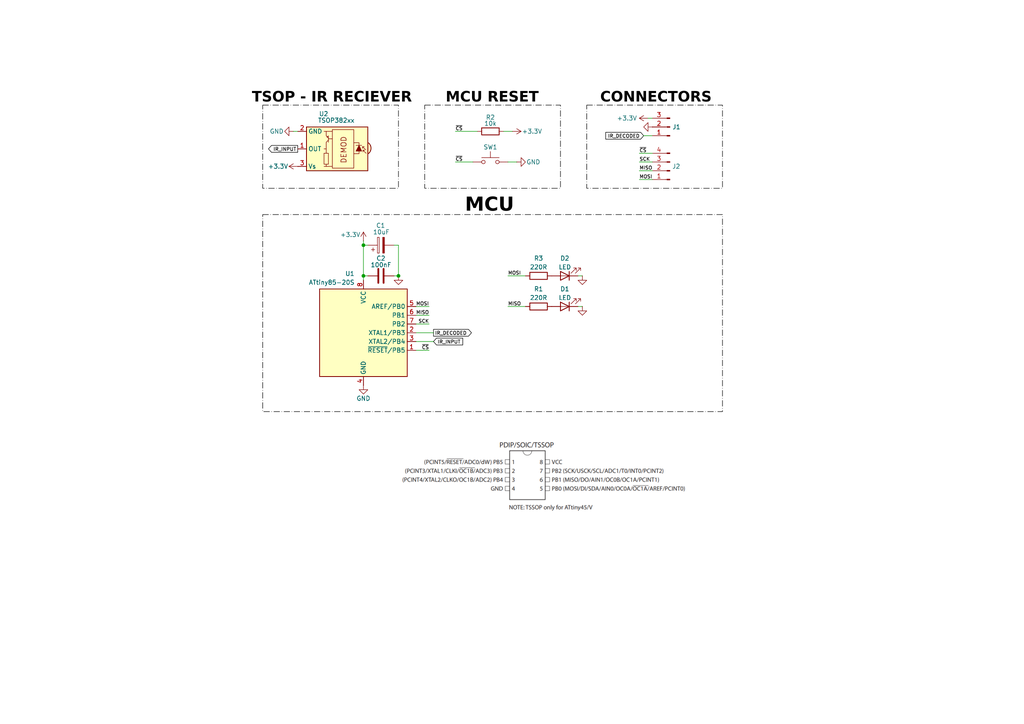
<source format=kicad_sch>
(kicad_sch (version 20250114) (generator "eeschema") (generator_version "9.0")
  (paper "A4")
  (lib_symbols
    (symbol "Connector:Conn_01x03_Pin" (pin_names (offset 1.016) (hide yes))
      (property "Reference" "J" (at 0 5.08 0))
      (property "Value" "Conn_01x03_Pin" (at 0 -5.08 0))
      (symbol "Conn_01x03_Pin_1_1"
        (rectangle (start 0.8636 2.667) (end 0 2.413) (stroke (width 0.1524)) (fill (type outline)))
        (rectangle (start 0.8636 0.127) (end 0 -0.127) (stroke (width 0.1524)) (fill (type outline)))
        (rectangle (start 0.8636 -2.413) (end 0 -2.667) (stroke (width 0.1524)) (fill (type outline)))
        (polyline (pts (xy 1.27 2.54) (xy 0.8636 2.54)) (stroke (width 0.1524)))
        (polyline (pts (xy 1.27 0) (xy 0.8636 0)) (stroke (width 0.1524)))
        (polyline (pts (xy 1.27 -2.54) (xy 0.8636 -2.54)) (stroke (width 0.1524)))
        (pin passive line (at 5.08 2.54 180) (length 3.81) (name "Pin_1") (number "1"))
        (pin passive line (at 5.08 0 180) (length 3.81) (name "Pin_2") (number "2"))
        (pin passive line (at 5.08 -2.54 180) (length 3.81) (name "Pin_3") (number "3"))
      )
    )
    (symbol "Connector:Conn_01x04_Pin" (pin_names (offset 1.016) (hide yes))
      (property "Reference" "J" (at 0 5.08 0))
      (property "Value" "Conn_01x04_Pin" (at 0 -7.62 0))
      (symbol "Conn_01x04_Pin_1_1"
        (rectangle (start 0.8636 2.667) (end 0 2.413) (stroke (width 0.1524)) (fill (type outline)))
        (rectangle (start 0.8636 0.127) (end 0 -0.127) (stroke (width 0.1524)) (fill (type outline)))
        (rectangle (start 0.8636 -2.413) (end 0 -2.667) (stroke (width 0.1524)) (fill (type outline)))
        (rectangle (start 0.8636 -4.953) (end 0 -5.207) (stroke (width 0.1524)) (fill (type outline)))
        (polyline (pts (xy 1.27 2.54) (xy 0.8636 2.54)) (stroke (width 0.1524)))
        (polyline (pts (xy 1.27 0) (xy 0.8636 0)) (stroke (width 0.1524)))
        (polyline (pts (xy 1.27 -2.54) (xy 0.8636 -2.54)) (stroke (width 0.1524)))
        (polyline (pts (xy 1.27 -5.08) (xy 0.8636 -5.08)) (stroke (width 0.1524)))
        (pin passive line (at 5.08 2.54 180) (length 3.81) (name "Pin_1") (number "1"))
        (pin passive line (at 5.08 0 180) (length 3.81) (name "Pin_2") (number "2"))
        (pin passive line (at 5.08 -2.54 180) (length 3.81) (name "Pin_3") (number "3"))
        (pin passive line (at 5.08 -5.08 180) (length 3.81) (name "Pin_4") (number "4"))
      )
    )
    (symbol "Device:C" (pin_numbers (hide yes)) (pin_names (offset 0.254))
      (property "Reference" "C" (at 0.635 2.54 0))
      (property "Value" "C" (at 0.635 -2.54 0))
      (symbol "C_0_1"
        (polyline (pts (xy -2.032 0.762) (xy 2.032 0.762)) (stroke (width 0.508)))
        (polyline (pts (xy -2.032 -0.762) (xy 2.032 -0.762)) (stroke (width 0.508)))
      )
      (symbol "C_1_1"
        (pin passive line (at 0 3.81 270) (length 2.794) (name "~") (number "1"))
        (pin passive line (at 0 -3.81 90) (length 2.794) (name "~") (number "2"))
      )
    )
    (symbol "Device:C_Polarized" (pin_numbers (hide yes)) (pin_names (offset 0.254))
      (property "Reference" "C" (at 0.635 2.54 0))
      (property "Value" "C_Polarized" (at 0.635 -2.54 0))
      (symbol "C_Polarized_0_1"
        (rectangle (start -2.286 0.508) (end 2.286 1.016))
        (polyline (pts (xy -1.778 2.286) (xy -0.762 2.286)))
        (polyline (pts (xy -1.27 2.794) (xy -1.27 1.778)))
        (rectangle (start 2.286 -0.508) (end -2.286 -1.016) (fill (type outline)))
      )
      (symbol "C_Polarized_1_1"
        (pin passive line (at 0 3.81 270) (length 2.794) (name "~") (number "1"))
        (pin passive line (at 0 -3.81 90) (length 2.794) (name "~") (number "2"))
      )
    )
    (symbol "Device:LED" (pin_numbers (hide yes)) (pin_names (offset 1.016) (hide yes))
      (property "Reference" "D" (at 0 2.54 0))
      (property "Value" "LED" (at 0 -2.54 0))
      (symbol "LED_0_1"
        (polyline (pts (xy -3.048 -0.762) (xy -4.572 -2.286) (xy -3.81 -2.286) (xy -4.572 -2.286) (xy -4.572 -1.524)))
        (polyline (pts (xy -1.778 -0.762) (xy -3.302 -2.286) (xy -2.54 -2.286) (xy -3.302 -2.286) (xy -3.302 -1.524)))
        (polyline (pts (xy -1.27 0) (xy 1.27 0)))
        (polyline (pts (xy -1.27 -1.27) (xy -1.27 1.27)) (stroke (width 0.254)))
        (polyline (pts (xy 1.27 -1.27) (xy 1.27 1.27) (xy -1.27 0) (xy 1.27 -1.27)) (stroke (width 0.254)))
      )
      (symbol "LED_1_1"
        (pin passive line (at -3.81 0 0) (length 2.54) (name "K") (number "1"))
        (pin passive line (at 3.81 0 180) (length 2.54) (name "A") (number "2"))
      )
    )
    (symbol "Device:R" (pin_numbers (hide yes)) (pin_names (offset 0))
      (property "Reference" "R" (at 2.032 0 90))
      (property "Value" "R" (at 0 0 90))
      (symbol "R_0_1"
        (rectangle (start -1.016 -2.54) (end 1.016 2.54) (stroke (width 0.254)))
      )
      (symbol "R_1_1"
        (pin passive line (at 0 3.81 270) (length 1.27) (name "~") (number "1"))
        (pin passive line (at 0 -3.81 90) (length 1.27) (name "~") (number "2"))
      )
    )
    (symbol "Interface_Optical:TSOP382xx"
      (property "Reference" "U" (at -10.16 7.62 0))
      (property "Value" "TSOP382xx" (at -10.16 -7.62 0))
      (symbol "TSOP382xx_0_0"
        (arc (start -10.287 -1.778) (mid -11.0899 -0.1905) (end -10.287 1.397) (stroke (width 0.254)) (fill (type background)))
        (polyline (pts (xy 1.905 5.08) (xy 0.127 5.08)))
        (polyline (pts (xy 1.905 -5.08) (xy 0.127 -5.08)))
        (text "DEMOD" (at -3.175 0.254 900) (effects (font (size 1.524 1.524))))
      )
      (symbol "TSOP382xx_0_1"
        (polyline (pts (xy -8.763 0.381) (xy -9.652 1.27)))
        (polyline (pts (xy -8.763 0.381) (xy -9.271 0.381)))
        (polyline (pts (xy -8.763 0.381) (xy -8.763 0.889)))
        (polyline (pts (xy -8.636 -0.635) (xy -9.525 0.254)))
        (polyline (pts (xy -8.636 -0.635) (xy -9.144 -0.635)))
        (polyline (pts (xy -8.636 -0.635) (xy -8.636 -0.127)))
        (polyline (pts (xy -8.382 0.635) (xy -6.731 0.635) (xy -7.62 -1.016) (xy -8.382 0.635)) (fill (type outline)))
        (polyline (pts (xy -8.382 -1.016) (xy -6.731 -1.016)))
        (rectangle (start -6.096 5.588) (end 0.127 -5.588))
        (polyline (pts (xy -6.096 1.397) (xy -7.62 1.397) (xy -7.62 -1.778) (xy -6.096 -1.778)))
        (polyline (pts (xy 1.27 -1.905) (xy 1.27 -3.81)))
        (polyline (pts (xy 1.27 -2.54) (xy 1.905 -1.905) (xy 1.905 0) (xy 2.54 0)))
        (polyline (pts (xy 1.27 -2.921) (xy 0.127 -2.921)))
        (polyline (pts (xy 1.27 -3.175) (xy 1.905 -3.81) (xy 1.905 -5.08) (xy 2.54 -5.08)))
        (polyline (pts (xy 1.397 -3.556) (xy 1.524 -3.556)))
        (polyline (pts (xy 1.651 -3.556) (xy 1.524 -3.556)))
        (polyline (pts (xy 1.651 -3.556) (xy 1.651 -3.302)))
        (polyline (pts (xy 1.905 4.445) (xy 1.905 5.08) (xy 2.54 5.08)))
        (polyline (pts (xy 1.905 0) (xy 1.905 1.27)))
        (rectangle (start 2.54 1.27) (end 1.27 4.445))
        (rectangle (start 7.62 6.35) (end -10.16 -6.35) (stroke (width 0.254)) (fill (type background)))
      )
      (symbol "TSOP382xx_1_1"
        (pin power_in line (at 10.16 5.08 180) (length 2.54) (name "Vs") (number "3"))
        (pin output line (at 10.16 0 180) (length 2.54) (name "OUT") (number "1"))
        (pin power_in line (at 10.16 -5.08 180) (length 2.54) (name "GND") (number "2"))
      )
    )
    (symbol "MCU_Microchip_ATtiny:ATtiny85-20S"
      (property "Reference" "U" (at -12.7 13.97 0))
      (property "Value" "ATtiny85-20S" (at 2.54 -13.97 0))
      (symbol "ATtiny85-20S_0_1"
        (rectangle (start -12.7 -12.7) (end 12.7 12.7) (stroke (width 0.254)) (fill (type background)))
      )
      (symbol "ATtiny85-20S_1_1"
        (pin power_in line (at 0 15.24 270) (length 2.54) (name "VCC") (number "8"))
        (pin power_in line (at 0 -15.24 90) (length 2.54) (name "GND") (number "4"))
        (pin bidirectional line (at 15.24 7.62 180) (length 2.54) (name "AREF/PB0") (number "5"))
        (pin bidirectional line (at 15.24 5.08 180) (length 2.54) (name "PB1") (number "6"))
        (pin bidirectional line (at 15.24 2.54 180) (length 2.54) (name "PB2") (number "7"))
        (pin bidirectional line (at 15.24 0 180) (length 2.54) (name "XTAL1/PB3") (number "2"))
        (pin bidirectional line (at 15.24 -2.54 180) (length 2.54) (name "XTAL2/PB4") (number "3"))
        (pin bidirectional line (at 15.24 -5.08 180) (length 2.54) (name "~{RESET}/PB5") (number "1"))
      )
    )
    (symbol "Switch:SW_Push" (pin_numbers (hide yes)) (pin_names (offset 1.016) (hide yes))
      (property "Reference" "SW" (at 1.27 2.54 0))
      (property "Value" "SW_Push" (at 0 -1.524 0))
      (symbol "SW_Push_0_1"
        (circle (center -2.032 0) (radius 0.508))
        (polyline (pts (xy 0 1.27) (xy 0 3.048)))
        (circle (center 2.032 0) (radius 0.508))
        (polyline (pts (xy 2.54 1.27) (xy -2.54 1.27)))
        (pin passive line (at -5.08 0 0) (length 2.54) (name "1") (number "1"))
        (pin passive line (at 5.08 0 180) (length 2.54) (name "2") (number "2"))
      )
    )
    (symbol "power:+3.3V" (power) (pin_numbers (hide yes)) (pin_names (offset 0) (hide yes))
      (property "Value" "+3.3V" (at 0 3.556 0))
      (symbol "+3.3V_0_1"
        (polyline (pts (xy -0.762 1.27) (xy 0 2.54)))
        (polyline (pts (xy 0 2.54) (xy 0.762 1.27)))
        (polyline (pts (xy 0 0) (xy 0 2.54)))
      )
      (symbol "+3.3V_1_1"
        (pin power_in line (at 0 0 90) (length 0) (name "~") (number "1"))
      )
    )
    (symbol "power:GND" (power) (pin_numbers (hide yes)) (pin_names (offset 0) (hide yes))
      (property "Value" "GND" (at 0 -3.81 0))
      (symbol "GND_0_1"
        (polyline (pts (xy 0 0) (xy 0 -1.27) (xy 1.27 -1.27) (xy 0 -2.54) (xy -1.27 -1.27) (xy 0 -1.27)))
      )
      (symbol "GND_1_1"
        (pin power_in line (at 0 0 270) (length 0) (name "~") (number "1"))
      )
    )
  )
  (rectangle (start 170.18 30.48) (end 209.55 54.61) (stroke (width 0) (type dash_dot) (color 0 0 0 1)))
  (rectangle (start 123.19 30.48) (end 162.56 54.61) (stroke (width 0) (type dash_dot) (color 0 0 0 1)))
  (rectangle (start 76.2 62.23) (end 209.55 119.38) (stroke (width 0) (type dash_dot) (color 0 0 0 1)))
  (rectangle (start 76.2 30.48) (end 115.57 54.61) (stroke (width 0) (type dash_dot) (color 0 0 0 1)))
  (text "MCU" (at 141.986 60.706 0) (effects (font (size 4 4) (thickness 0.8) (bold yes))))
  (text "TSOP - IR RECIEVER" (at 96.266 29.21 0) (effects (font (size 3 3) (thickness 0.8) (bold yes))))
  (text "CONNECTORS" (at 190.246 29.21 0) (effects (font (size 3 3) (thickness 0.6) (bold yes))))
  (text "MCU RESET" (at 142.748 29.21 0) (effects (font (size 3 3) (thickness 1) (bold yes))))
  (junction (at 115.57 80.01))
  (junction (at 105.41 71.12))
  (junction (at 105.41 80.01))
  (wire (pts (xy 148.59 38.1) (xy 146.05 38.1)))
  (wire (pts (xy 185.42 52.07) (xy 189.23 52.07)))
  (wire (pts (xy 115.57 80.01) (xy 114.3 80.01)))
  (wire (pts (xy 168.91 88.9) (xy 167.64 88.9)))
  (wire (pts (xy 186.69 39.37) (xy 189.23 39.37)))
  (wire (pts (xy 185.42 44.45) (xy 189.23 44.45)))
  (wire (pts (xy 185.42 46.99) (xy 189.23 46.99)))
  (wire (pts (xy 106.68 71.12) (xy 105.41 71.12)))
  (wire (pts (xy 149.86 46.99) (xy 147.32 46.99)))
  (wire (pts (xy 124.46 91.44) (xy 120.65 91.44)))
  (wire (pts (xy 120.65 101.6) (xy 124.46 101.6)))
  (wire (pts (xy 106.68 80.01) (xy 105.41 80.01)))
  (wire (pts (xy 105.41 80.01) (xy 105.41 81.28)))
  (wire (pts (xy 132.08 46.99) (xy 137.16 46.99)))
  (wire (pts (xy 85.09 38.1) (xy 86.36 38.1)))
  (wire (pts (xy 105.41 71.12) (xy 105.41 80.01)))
  (wire (pts (xy 187.96 34.29) (xy 189.23 34.29)))
  (wire (pts (xy 114.3 71.12) (xy 115.57 71.12)))
  (wire (pts (xy 168.91 80.01) (xy 167.64 80.01)))
  (wire (pts (xy 124.46 93.98) (xy 120.65 93.98)))
  (wire (pts (xy 105.41 69.85) (xy 105.41 71.12)))
  (wire (pts (xy 115.57 71.12) (xy 115.57 80.01)))
  (wire (pts (xy 185.42 49.53) (xy 189.23 49.53)))
  (wire (pts (xy 125.73 96.52) (xy 120.65 96.52)))
  (wire (pts (xy 132.08 38.1) (xy 138.43 38.1)))
  (wire (pts (xy 120.65 99.06) (xy 125.73 99.06)))
  (wire (pts (xy 147.32 80.01) (xy 152.4 80.01)))
  (wire (pts (xy 124.46 88.9) (xy 120.65 88.9)))
  (wire (pts (xy 147.32 88.9) (xy 152.4 88.9)))
  (image (at 158.75 137.16) (scale 0.365541))
  (label "SCK" (at 124.46 93.98 180) (effects (font (size 1 1))))
  (label "MISO" (at 185.42 49.53 0) (effects (font (size 1 1))))
  (label "~{CS}" (at 132.08 46.99 0) (effects (font (size 1 1))))
  (label "MOSI" (at 147.32 80.01 0) (effects (font (size 1 1))))
  (label "~{CS}" (at 132.08 38.1 0) (effects (font (size 1 1))))
  (label "~{CS}" (at 185.42 44.45 0) (effects (font (size 1 1))))
  (label "MISO" (at 147.32 88.9 0) (effects (font (size 1 1))))
  (label "MISO" (at 124.46 91.44 180) (effects (font (size 1 1))))
  (label "SCK" (at 185.42 46.99 0) (effects (font (size 1 1))))
  (label "~{CS}" (at 124.46 101.6 180) (effects (font (size 1 1))))
  (label "MOSI" (at 185.42 52.07 0) (effects (font (size 1 1))))
  (label "MOSI" (at 124.46 88.9 180) (effects (font (size 1 1))))
  (global_label "IR_DECODED" (shape input) (at 186.69 39.37 180) (effects (font (size 1 1))) (property "Intersheetrefs" "${INTERSHEET_REFS}" (effects (hide yes))))
  (global_label "IR_DECODED" (shape output) (at 125.73 96.52 0) (effects (font (size 1 1))) (property "Intersheetrefs" "${INTERSHEET_REFS}" (effects (hide yes))))
  (global_label "IR_INPUT" (shape output) (at 86.36 43.18 180) (effects (font (size 1 1))) (property "Intersheetrefs" "${INTERSHEET_REFS}" (effects (hide yes))))
  (global_label "IR_INPUT" (shape input) (at 125.73 99.06 0) (effects (font (size 1 1))) (property "Intersheetrefs" "${INTERSHEET_REFS}" (effects (hide yes))))
  (symbol (lib_id "Device:LED") (at 163.83 80.01 180) (unit 1)
    (property "Reference" "D2" (at 163.83 74.93 0))
    (property "Value" "LED" (at 163.83 77.47 0))
    (property "Footprint" "LED_SMD:LED_0805_2012Metric_Pad1.15x1.40mm_HandSolder" (effects (hide yes)))
    (property "Description" "Light emitting diode" (effects (hide yes)))
  )
  (symbol (lib_id "power:GND") (at 85.09 38.1 270) (unit 1)
    (property "Reference" "#PWR07" (effects (hide yes)))
    (property "Value" "GND" (at 82.296 38.1 90) (effects (justify right)))
    (property "Description" "Power symbol creates a global label with name \"GND\" , ground" (effects (hide yes)))
  )
  (symbol (lib_id "power:GND") (at 149.86 46.99 90) (mirror x) (unit 1)
    (property "Reference" "#PWR010" (effects (hide yes)))
    (property "Value" "GND" (at 154.686 46.99 90))
    (property "Description" "Power symbol creates a global label with name \"GND\" , ground" (effects (hide yes)))
  )
  (symbol (lib_id "Interface_Optical:TSOP382xx") (at 96.52 43.18 180) (unit 1)
    (property "Reference" "U2" (at 95.25 33.02 0) (effects (justify left)))
    (property "Value" "TSOP382xx" (at 102.87 34.925 0) (effects (justify left)))
    (property "Footprint" "OptoDevice:Vishay_MINICAST-3Pin" (effects (hide yes)))
    (property "Datasheet" "http://www.vishay.com/docs/82491/tsop382.pdf" (effects (hide yes)))
    (property "Description" "Photo Modules for PCM Remote Control Systems" (effects (hide yes)))
  )
  (symbol (lib_id "Switch:SW_Push") (at 142.24 46.99 0) (mirror y) (unit 1)
    (property "Reference" "SW1" (at 142.24 42.672 0))
    (property "Value" "SW_Push" (effects (hide yes)))
    (property "Footprint" "sumec_brd:SW_SPST_EVQPE1" (effects (hide yes)))
    (property "Description" "Push button switch, generic, two pins" (effects (hide yes)))
  )
  (symbol (lib_id "power:GND") (at 115.57 80.01 0) (unit 1)
    (property "Reference" "#PWR05" (effects (hide yes)))
    (property "Value" "GND" (effects (hide yes)))
    (property "Description" "Power symbol creates a global label with name \"GND\" , ground" (effects (hide yes)))
  )
  (symbol (lib_id "Device:R") (at 156.21 88.9 90) (unit 1)
    (property "Reference" "R1" (at 156.21 83.82 90))
    (property "Value" "220R" (at 156.21 86.36 90))
    (property "Footprint" "Resistor_SMD:R_0805_2012Metric_Pad1.20x1.40mm_HandSolder" (effects (hide yes)))
    (property "Description" "Resistor" (effects (hide yes)))
  )
  (symbol (lib_id "Connector:Conn_01x03_Pin") (at 194.31 36.83 180) (unit 1)
    (property "Reference" "J1" (at 196.215 36.83 0))
    (property "Value" "Conn_01x03_Pin" (effects (hide yes)))
    (property "Footprint" "Connector_PinHeader_2.54mm:PinHeader_1x03_P2.54mm_Vertical" (effects (hide yes)))
    (property "Description" "Generic connector, single row, 01x03, script generated" (effects (hide yes)))
  )
  (symbol (lib_id "Connector:Conn_01x04_Pin") (at 194.31 49.53 180) (unit 1)
    (property "Reference" "J2" (at 194.945 48.26 0) (effects (justify right)))
    (property "Value" "Conn_01x04_Pin" (effects (hide yes)))
    (property "Footprint" "Connector_PinHeader_2.54mm:PinHeader_1x04_P2.54mm_Vertical" (effects (hide yes)))
    (property "Description" "Generic connector, single row, 01x04, script generated" (effects (hide yes)))
  )
  (symbol (lib_id "Device:R") (at 156.21 80.01 90) (unit 1)
    (property "Reference" "R3" (at 156.21 74.93 90))
    (property "Value" "220R" (at 156.21 77.47 90))
    (property "Footprint" "Resistor_SMD:R_0805_2012Metric_Pad1.20x1.40mm_HandSolder" (effects (hide yes)))
    (property "Description" "Resistor" (effects (hide yes)))
  )
  (symbol (lib_id "Device:C_Polarized") (at 110.49 71.12 90) (unit 1)
    (property "Reference" "C1" (at 111.76 65.405 90) (effects (justify left)))
    (property "Value" "10uF" (at 113.03 67.31 90) (effects (justify left)))
    (property "Footprint" "Capacitor_Tantalum_SMD:CP_EIA-3216-18_Kemet-A_Pad1.58x1.35mm_HandSolder" (effects (hide yes)))
  )
  (symbol (lib_id "power:GND") (at 168.91 88.9 0) (unit 1)
    (property "Reference" "#PWR06" (effects (hide yes)))
    (property "Value" "GND" (effects (hide yes)))
    (property "Description" "Power symbol creates a global label with name \"GND\" , ground" (effects (hide yes)))
  )
  (symbol (lib_id "power:+3.3V") (at 187.96 34.29 90) (unit 1)
    (property "Reference" "#PWR01" (effects (hide yes)))
    (property "Value" "+3.3V" (at 184.785 34.29 90) (effects (justify left)))
    (property "Description" "Power symbol creates a global label with name \"+3.3V\"" (effects (hide yes)))
  )
  (symbol (lib_id "Device:R") (at 142.24 38.1 90) (unit 1)
    (property "Reference" "R2" (at 142.24 34.036 90))
    (property "Value" "10k" (at 142.24 35.814 90))
    (property "Footprint" "Resistor_SMD:R_0805_2012Metric_Pad1.20x1.40mm_HandSolder" (effects (hide yes)))
    (property "Description" "Resistor" (effects (hide yes)))
  )
  (symbol (lib_id "Device:C") (at 110.49 80.01 90) (unit 1)
    (property "Reference" "C2" (at 110.49 74.93 90))
    (property "Value" "100nF" (at 110.49 76.835 90))
    (property "Footprint" "Capacitor_SMD:C_0805_2012Metric_Pad1.18x1.45mm_HandSolder" (effects (hide yes)))
    (property "Description" "Unpolarized capacitor" (effects (hide yes)))
  )
  (symbol (lib_id "power:+3.3V") (at 105.41 69.85 0) (unit 1)
    (property "Reference" "#PWR03" (effects (hide yes)))
    (property "Value" "+3.3V" (at 101.6 68.072 0))
    (property "Description" "Power symbol creates a global label with name \"+3.3V\"" (effects (hide yes)))
  )
  (symbol (lib_id "power:GND") (at 105.41 111.76 0) (unit 1)
    (property "Reference" "#PWR04" (effects (hide yes)))
    (property "Value" "GND" (at 105.41 115.57 0))
    (property "Description" "Power symbol creates a global label with name \"GND\" , ground" (effects (hide yes)))
  )
  (symbol (lib_id "power:GND") (at 168.91 80.01 0) (unit 1)
    (property "Reference" "#PWR011" (effects (hide yes)))
    (property "Value" "GND" (effects (hide yes)))
    (property "Description" "Power symbol creates a global label with name \"GND\" , ground" (effects (hide yes)))
  )
  (symbol (lib_id "MCU_Microchip_ATtiny:ATtiny85-20S") (at 105.41 96.52 0) (unit 1)
    (property "Reference" "U1" (at 102.87 79.375 0) (effects (justify right)))
    (property "Value" "ATtiny85-20S" (at 102.87 81.915 0) (effects (justify right)))
    (property "Footprint" "Package_SO:SOIC-8W_5.3x5.3mm_P1.27mm" (effects (hide yes)))
    (property "Datasheet" "http://ww1.microchip.com/downloads/en/DeviceDoc/atmel-2586-avr-8-bit-microcontroller-attiny25-attiny45-attiny85_datasheet.pdf" (effects (hide yes)))
    (property "Description" "20MHz, 8kB Flash, 512B SRAM, 512B EEPROM, debugWIRE, SOIC-8W" (effects (hide yes)))
  )
  (symbol (lib_id "power:+3.3V") (at 148.59 38.1 270) (unit 1)
    (property "Reference" "#PWR09" (effects (hide yes)))
    (property "Value" "+3.3V" (at 154.305 38.1 90))
    (property "Description" "Power symbol creates a global label with name \"+3.3V\"" (effects (hide yes)))
  )
  (symbol (lib_id "Device:LED") (at 163.83 88.9 180) (unit 1)
    (property "Reference" "D1" (at 163.83 83.82 0))
    (property "Value" "LED" (at 163.83 86.36 0))
    (property "Footprint" "LED_SMD:LED_0805_2012Metric_Pad1.15x1.40mm_HandSolder" (effects (hide yes)))
    (property "Description" "Light emitting diode" (effects (hide yes)))
  )
  (symbol (lib_id "power:GND") (at 189.23 36.83 270) (unit 1)
    (property "Reference" "#PWR02" (effects (hide yes)))
    (property "Value" "GND" (effects (hide yes)))
    (property "Description" "Power symbol creates a global label with name \"GND\" , ground" (effects (hide yes)))
  )
  (symbol (lib_id "power:+3.3V") (at 86.36 48.26 90) (unit 1)
    (property "Reference" "#PWR08" (effects (hide yes)))
    (property "Value" "+3.3V" (at 80.645 48.26 90))
    (property "Description" "Power symbol creates a global label with name \"+3.3V\"" (effects (hide yes)))
  )
)
</source>
